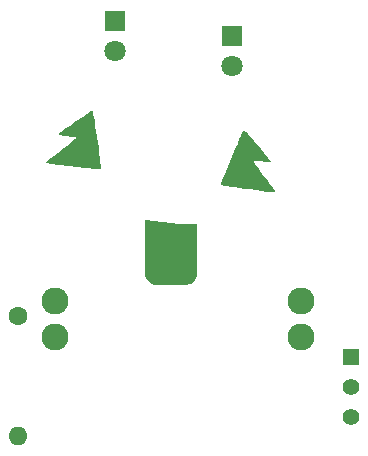
<source format=gbr>
G04 #@! TF.FileFunction,Copper,L1,Top,Signal*
%FSLAX46Y46*%
G04 Gerber Fmt 4.6, Leading zero omitted, Abs format (unit mm)*
G04 Created by KiCad (PCBNEW 4.0.7) date 09/19/18 15:31:54*
%MOMM*%
%LPD*%
G01*
G04 APERTURE LIST*
%ADD10C,0.100000*%
%ADD11C,0.010000*%
%ADD12C,2.286000*%
%ADD13R,1.800000X1.800000*%
%ADD14C,1.800000*%
%ADD15C,1.600000*%
%ADD16O,1.600000X1.600000*%
%ADD17R,1.397000X1.397000*%
%ADD18C,1.397000*%
G04 APERTURE END LIST*
D10*
D11*
G36*
X87231388Y-112720361D02*
X87412084Y-112742431D01*
X87682745Y-112776438D01*
X88025390Y-112820111D01*
X88422038Y-112871178D01*
X88697267Y-112906866D01*
X89336731Y-112985385D01*
X89868584Y-113040114D01*
X90309697Y-113072422D01*
X90676942Y-113083677D01*
X90850235Y-113081491D01*
X91508297Y-113061750D01*
X91490023Y-115295566D01*
X91484915Y-115888013D01*
X91479725Y-116366850D01*
X91473609Y-116745462D01*
X91465725Y-117037235D01*
X91455230Y-117255557D01*
X91441282Y-117413815D01*
X91423037Y-117525394D01*
X91399654Y-117603681D01*
X91370288Y-117662062D01*
X91338112Y-117708566D01*
X91231345Y-117841841D01*
X91122696Y-117944756D01*
X90994429Y-118021407D01*
X90828809Y-118075893D01*
X90608100Y-118112308D01*
X90314566Y-118134749D01*
X89930472Y-118147313D01*
X89438082Y-118154097D01*
X89408000Y-118154380D01*
X88994690Y-118155817D01*
X88616323Y-118152646D01*
X88294218Y-118145406D01*
X88049696Y-118134631D01*
X87904075Y-118120860D01*
X87881997Y-118115957D01*
X87574213Y-117970111D01*
X87344570Y-117741954D01*
X87293018Y-117665500D01*
X87257035Y-117604493D01*
X87227713Y-117539023D01*
X87204244Y-117455913D01*
X87185818Y-117341986D01*
X87171630Y-117184065D01*
X87160869Y-116968972D01*
X87152729Y-116683532D01*
X87146400Y-116314567D01*
X87141076Y-115848901D01*
X87135948Y-115273356D01*
X87134332Y-115077875D01*
X87131080Y-114543958D01*
X87130263Y-114052189D01*
X87131740Y-113616495D01*
X87135366Y-113250805D01*
X87140999Y-112969046D01*
X87148495Y-112785145D01*
X87157712Y-112713031D01*
X87158637Y-112712500D01*
X87231388Y-112720361D01*
X87231388Y-112720361D01*
G37*
X87231388Y-112720361D02*
X87412084Y-112742431D01*
X87682745Y-112776438D01*
X88025390Y-112820111D01*
X88422038Y-112871178D01*
X88697267Y-112906866D01*
X89336731Y-112985385D01*
X89868584Y-113040114D01*
X90309697Y-113072422D01*
X90676942Y-113083677D01*
X90850235Y-113081491D01*
X91508297Y-113061750D01*
X91490023Y-115295566D01*
X91484915Y-115888013D01*
X91479725Y-116366850D01*
X91473609Y-116745462D01*
X91465725Y-117037235D01*
X91455230Y-117255557D01*
X91441282Y-117413815D01*
X91423037Y-117525394D01*
X91399654Y-117603681D01*
X91370288Y-117662062D01*
X91338112Y-117708566D01*
X91231345Y-117841841D01*
X91122696Y-117944756D01*
X90994429Y-118021407D01*
X90828809Y-118075893D01*
X90608100Y-118112308D01*
X90314566Y-118134749D01*
X89930472Y-118147313D01*
X89438082Y-118154097D01*
X89408000Y-118154380D01*
X88994690Y-118155817D01*
X88616323Y-118152646D01*
X88294218Y-118145406D01*
X88049696Y-118134631D01*
X87904075Y-118120860D01*
X87881997Y-118115957D01*
X87574213Y-117970111D01*
X87344570Y-117741954D01*
X87293018Y-117665500D01*
X87257035Y-117604493D01*
X87227713Y-117539023D01*
X87204244Y-117455913D01*
X87185818Y-117341986D01*
X87171630Y-117184065D01*
X87160869Y-116968972D01*
X87152729Y-116683532D01*
X87146400Y-116314567D01*
X87141076Y-115848901D01*
X87135948Y-115273356D01*
X87134332Y-115077875D01*
X87131080Y-114543958D01*
X87130263Y-114052189D01*
X87131740Y-113616495D01*
X87135366Y-113250805D01*
X87140999Y-112969046D01*
X87148495Y-112785145D01*
X87157712Y-112713031D01*
X87158637Y-112712500D01*
X87231388Y-112720361D01*
G36*
X95562912Y-105150626D02*
X95665658Y-105244542D01*
X95707796Y-105295945D01*
X95819881Y-105433637D01*
X95990533Y-105632687D01*
X96192128Y-105861178D01*
X96313074Y-105995412D01*
X96538764Y-106248693D01*
X96777657Y-106525173D01*
X97016016Y-106807947D01*
X97240104Y-107080110D01*
X97436184Y-107324757D01*
X97590517Y-107524983D01*
X97689368Y-107663884D01*
X97718999Y-107724553D01*
X97718606Y-107725060D01*
X97649123Y-107727610D01*
X97479933Y-107714968D01*
X97237109Y-107689514D01*
X96971464Y-107656875D01*
X96677483Y-107620921D01*
X96426810Y-107594792D01*
X96248011Y-107581174D01*
X96172564Y-107581730D01*
X96188677Y-107634670D01*
X96274059Y-107774020D01*
X96419351Y-107986456D01*
X96615192Y-108258657D01*
X96852223Y-108577301D01*
X97100538Y-108902500D01*
X97371503Y-109254961D01*
X97614875Y-109574861D01*
X97820357Y-109848394D01*
X97977652Y-110061751D01*
X98076462Y-110201125D01*
X98106876Y-110251875D01*
X98098460Y-110273472D01*
X98063063Y-110286059D01*
X97986471Y-110288288D01*
X97854468Y-110278810D01*
X97652840Y-110256278D01*
X97367370Y-110219344D01*
X96983845Y-110166660D01*
X96520000Y-110101398D01*
X96059497Y-110036646D01*
X95578174Y-109969647D01*
X95113525Y-109905573D01*
X94703044Y-109849596D01*
X94408625Y-109810113D01*
X94095881Y-109763811D01*
X93842373Y-109716706D01*
X93669776Y-109673460D01*
X93599766Y-109638731D01*
X93599238Y-109636113D01*
X93623312Y-109562699D01*
X93690958Y-109388449D01*
X93795508Y-109129163D01*
X93930288Y-108800645D01*
X94088628Y-108418696D01*
X94263857Y-107999117D01*
X94449304Y-107557711D01*
X94638298Y-107110279D01*
X94824168Y-106672624D01*
X95000242Y-106260546D01*
X95159850Y-105889847D01*
X95296320Y-105576331D01*
X95402981Y-105335797D01*
X95473163Y-105184049D01*
X95498558Y-105137195D01*
X95562912Y-105150626D01*
X95562912Y-105150626D01*
G37*
X95562912Y-105150626D02*
X95665658Y-105244542D01*
X95707796Y-105295945D01*
X95819881Y-105433637D01*
X95990533Y-105632687D01*
X96192128Y-105861178D01*
X96313074Y-105995412D01*
X96538764Y-106248693D01*
X96777657Y-106525173D01*
X97016016Y-106807947D01*
X97240104Y-107080110D01*
X97436184Y-107324757D01*
X97590517Y-107524983D01*
X97689368Y-107663884D01*
X97718999Y-107724553D01*
X97718606Y-107725060D01*
X97649123Y-107727610D01*
X97479933Y-107714968D01*
X97237109Y-107689514D01*
X96971464Y-107656875D01*
X96677483Y-107620921D01*
X96426810Y-107594792D01*
X96248011Y-107581174D01*
X96172564Y-107581730D01*
X96188677Y-107634670D01*
X96274059Y-107774020D01*
X96419351Y-107986456D01*
X96615192Y-108258657D01*
X96852223Y-108577301D01*
X97100538Y-108902500D01*
X97371503Y-109254961D01*
X97614875Y-109574861D01*
X97820357Y-109848394D01*
X97977652Y-110061751D01*
X98076462Y-110201125D01*
X98106876Y-110251875D01*
X98098460Y-110273472D01*
X98063063Y-110286059D01*
X97986471Y-110288288D01*
X97854468Y-110278810D01*
X97652840Y-110256278D01*
X97367370Y-110219344D01*
X96983845Y-110166660D01*
X96520000Y-110101398D01*
X96059497Y-110036646D01*
X95578174Y-109969647D01*
X95113525Y-109905573D01*
X94703044Y-109849596D01*
X94408625Y-109810113D01*
X94095881Y-109763811D01*
X93842373Y-109716706D01*
X93669776Y-109673460D01*
X93599766Y-109638731D01*
X93599238Y-109636113D01*
X93623312Y-109562699D01*
X93690958Y-109388449D01*
X93795508Y-109129163D01*
X93930288Y-108800645D01*
X94088628Y-108418696D01*
X94263857Y-107999117D01*
X94449304Y-107557711D01*
X94638298Y-107110279D01*
X94824168Y-106672624D01*
X95000242Y-106260546D01*
X95159850Y-105889847D01*
X95296320Y-105576331D01*
X95402981Y-105335797D01*
X95473163Y-105184049D01*
X95498558Y-105137195D01*
X95562912Y-105150626D01*
G36*
X82662186Y-103469019D02*
X82679801Y-103538562D01*
X82712134Y-103717058D01*
X82756736Y-103987627D01*
X82811158Y-104333389D01*
X82872949Y-104737463D01*
X82939659Y-105182967D01*
X83008840Y-105653023D01*
X83078041Y-106130748D01*
X83144813Y-106599263D01*
X83206705Y-107041686D01*
X83261269Y-107441138D01*
X83306054Y-107780737D01*
X83338611Y-108043603D01*
X83356490Y-108212855D01*
X83358718Y-108268735D01*
X83337695Y-108312059D01*
X83276059Y-108333440D01*
X83150564Y-108333667D01*
X82937968Y-108313529D01*
X82740500Y-108289695D01*
X82409475Y-108250449D01*
X82062804Y-108212888D01*
X81762304Y-108183623D01*
X81692750Y-108177642D01*
X81481981Y-108157291D01*
X81197056Y-108125504D01*
X80859482Y-108085127D01*
X80490772Y-108039009D01*
X80112435Y-107989995D01*
X79745983Y-107940934D01*
X79412924Y-107894671D01*
X79134771Y-107854055D01*
X78933033Y-107821931D01*
X78829221Y-107801148D01*
X78820287Y-107797454D01*
X78861717Y-107753727D01*
X78991356Y-107643260D01*
X79196427Y-107476327D01*
X79464151Y-107263196D01*
X79781750Y-107014140D01*
X80136446Y-106739430D01*
X80138805Y-106737614D01*
X80553787Y-106416115D01*
X80874655Y-106162499D01*
X81109677Y-105969507D01*
X81267125Y-105829880D01*
X81355268Y-105736359D01*
X81382375Y-105681684D01*
X81365407Y-105660939D01*
X81256966Y-105636999D01*
X81053193Y-105604478D01*
X80785071Y-105567970D01*
X80535267Y-105537863D01*
X80256069Y-105501472D01*
X80034125Y-105463562D01*
X79893104Y-105428807D01*
X79855214Y-105403585D01*
X79915502Y-105350227D01*
X80057986Y-105239986D01*
X80262197Y-105087581D01*
X80507668Y-104907731D01*
X80773929Y-104715153D01*
X81040514Y-104524566D01*
X81286952Y-104350689D01*
X81492778Y-104208240D01*
X81637521Y-104111937D01*
X81700714Y-104076500D01*
X81700734Y-104076500D01*
X81765805Y-104041572D01*
X81907023Y-103948350D01*
X82098511Y-103814175D01*
X82181722Y-103754134D01*
X82384932Y-103613240D01*
X82548420Y-103512784D01*
X82646695Y-103467888D01*
X82662186Y-103469019D01*
X82662186Y-103469019D01*
G37*
X82662186Y-103469019D02*
X82679801Y-103538562D01*
X82712134Y-103717058D01*
X82756736Y-103987627D01*
X82811158Y-104333389D01*
X82872949Y-104737463D01*
X82939659Y-105182967D01*
X83008840Y-105653023D01*
X83078041Y-106130748D01*
X83144813Y-106599263D01*
X83206705Y-107041686D01*
X83261269Y-107441138D01*
X83306054Y-107780737D01*
X83338611Y-108043603D01*
X83356490Y-108212855D01*
X83358718Y-108268735D01*
X83337695Y-108312059D01*
X83276059Y-108333440D01*
X83150564Y-108333667D01*
X82937968Y-108313529D01*
X82740500Y-108289695D01*
X82409475Y-108250449D01*
X82062804Y-108212888D01*
X81762304Y-108183623D01*
X81692750Y-108177642D01*
X81481981Y-108157291D01*
X81197056Y-108125504D01*
X80859482Y-108085127D01*
X80490772Y-108039009D01*
X80112435Y-107989995D01*
X79745983Y-107940934D01*
X79412924Y-107894671D01*
X79134771Y-107854055D01*
X78933033Y-107821931D01*
X78829221Y-107801148D01*
X78820287Y-107797454D01*
X78861717Y-107753727D01*
X78991356Y-107643260D01*
X79196427Y-107476327D01*
X79464151Y-107263196D01*
X79781750Y-107014140D01*
X80136446Y-106739430D01*
X80138805Y-106737614D01*
X80553787Y-106416115D01*
X80874655Y-106162499D01*
X81109677Y-105969507D01*
X81267125Y-105829880D01*
X81355268Y-105736359D01*
X81382375Y-105681684D01*
X81365407Y-105660939D01*
X81256966Y-105636999D01*
X81053193Y-105604478D01*
X80785071Y-105567970D01*
X80535267Y-105537863D01*
X80256069Y-105501472D01*
X80034125Y-105463562D01*
X79893104Y-105428807D01*
X79855214Y-105403585D01*
X79915502Y-105350227D01*
X80057986Y-105239986D01*
X80262197Y-105087581D01*
X80507668Y-104907731D01*
X80773929Y-104715153D01*
X81040514Y-104524566D01*
X81286952Y-104350689D01*
X81492778Y-104208240D01*
X81637521Y-104111937D01*
X81700714Y-104076500D01*
X81700734Y-104076500D01*
X81765805Y-104041572D01*
X81907023Y-103948350D01*
X82098511Y-103814175D01*
X82181722Y-103754134D01*
X82384932Y-103613240D01*
X82548420Y-103512784D01*
X82646695Y-103467888D01*
X82662186Y-103469019D01*
D12*
X100354000Y-122594000D03*
X79526000Y-122594000D03*
X100354000Y-119546000D03*
X79526000Y-119546000D03*
D13*
X84630000Y-95860000D03*
D14*
X84630000Y-98400000D03*
D13*
X94550000Y-97120000D03*
D14*
X94550000Y-99660000D03*
D15*
X76430000Y-120810000D03*
D16*
X76430000Y-130970000D03*
D17*
X104600000Y-124270000D03*
D18*
X104600000Y-126810000D03*
X104600000Y-129350000D03*
M02*

</source>
